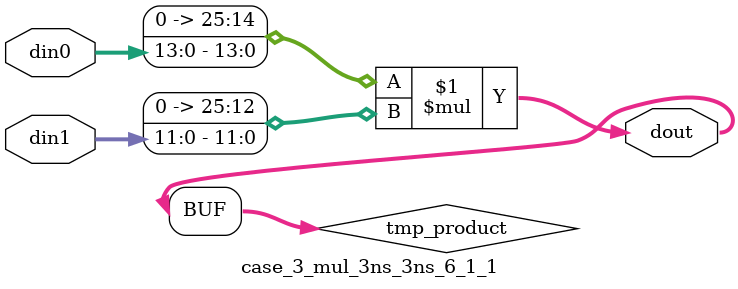
<source format=v>

`timescale 1 ns / 1 ps

 (* use_dsp = "no" *)  module case_3_mul_3ns_3ns_6_1_1(din0, din1, dout);
parameter ID = 1;
parameter NUM_STAGE = 0;
parameter din0_WIDTH = 14;
parameter din1_WIDTH = 12;
parameter dout_WIDTH = 26;

input [din0_WIDTH - 1 : 0] din0; 
input [din1_WIDTH - 1 : 0] din1; 
output [dout_WIDTH - 1 : 0] dout;

wire signed [dout_WIDTH - 1 : 0] tmp_product;
























assign tmp_product = $signed({1'b0, din0}) * $signed({1'b0, din1});











assign dout = tmp_product;





















endmodule

</source>
